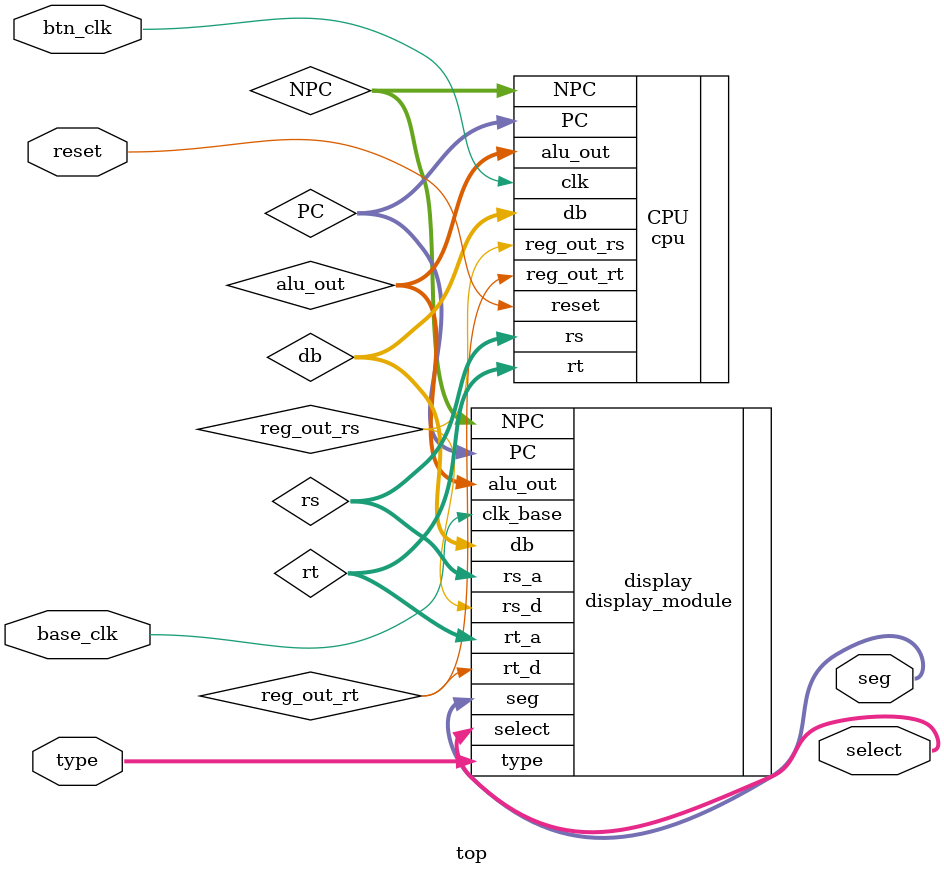
<source format=v>
module top(btn_clk,base_clk,reset,seg,type,select);
    input btn_clk,base_clk,reset;
    input [1:0] type;
    output [6:0] seg;
    output [3:0] select;

    wire [31:0] PC,NPC,rs_a,rs_d,rt_a,rt_d,alu_out,db;
    wire [4:0] rs,rt;

    cpu CPU(.clk(btn_clk),.reset(reset),.PC(PC),.NPC(NPC),
            .reg_out_rs(reg_out_rs),.reg_out_rt(reg_out_rt),
            .alu_out(alu_out),.db(db),.rs(rs),.rt(rt));
    display_module display(.seg(seg),.select(select),.clk_base(base_clk),
                            .type(type),.PC(PC),.NPC(NPC),.rs_a(rs),.rs_d(reg_out_rs),
                            .rt_a(rt),.rt_d(reg_out_rt),.alu_out(alu_out),.db(db));
endmodule
</source>
